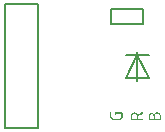
<source format=gto>
G04 Layer_Color=65535*
%FSLAX44Y44*%
%MOMM*%
G71*
G01*
G75*
%ADD15C,0.2000*%
G36*
X144860Y31781D02*
X144977Y31723D01*
X145094Y31625D01*
X145113Y31606D01*
X145172Y31528D01*
X145231Y31411D01*
X145250Y31274D01*
Y31255D01*
Y31216D01*
X145211Y31099D01*
X145172Y31001D01*
X145133Y30923D01*
X145055Y30845D01*
X144957Y30786D01*
X141056Y28836D01*
Y28816D01*
X141036Y28777D01*
Y28719D01*
Y28641D01*
Y26553D01*
X144801D01*
X144899Y26534D01*
X144977Y26495D01*
X145074Y26417D01*
X145172Y26339D01*
X145231Y26202D01*
X145250Y26027D01*
Y26007D01*
Y25949D01*
X145231Y25851D01*
X145191Y25773D01*
X145133Y25676D01*
X145035Y25578D01*
X144918Y25519D01*
X144743Y25500D01*
X135184D01*
X135087Y25519D01*
X134989Y25559D01*
X134911Y25617D01*
X134814Y25715D01*
X134755Y25832D01*
X134736Y26007D01*
Y28641D01*
Y28660D01*
Y28699D01*
Y28777D01*
X134755Y28855D01*
Y28972D01*
X134775Y29109D01*
X134853Y29401D01*
X134970Y29753D01*
X135126Y30123D01*
X135360Y30513D01*
X135516Y30689D01*
X135672Y30865D01*
X135691Y30884D01*
X135711Y30903D01*
X135770Y30942D01*
X135828Y31021D01*
X136023Y31157D01*
X136296Y31333D01*
X136608Y31508D01*
X136998Y31664D01*
X137428Y31762D01*
X137662Y31781D01*
X137896Y31801D01*
X137993D01*
X138110Y31781D01*
X138247D01*
X138422Y31742D01*
X138617Y31703D01*
X138852Y31645D01*
X139086Y31567D01*
X139320Y31469D01*
X139573Y31333D01*
X139808Y31196D01*
X140042Y31001D01*
X140276Y30786D01*
X140490Y30533D01*
X140666Y30240D01*
X140822Y29909D01*
X144489Y31742D01*
X144509Y31762D01*
X144567Y31781D01*
X144645Y31801D01*
X144782D01*
X144860Y31781D01*
D02*
G37*
G36*
X127399D02*
X127496Y31742D01*
X127594Y31664D01*
X127672Y31586D01*
X127731Y31450D01*
X127750Y31274D01*
Y28114D01*
Y28094D01*
Y28075D01*
Y28016D01*
X127731Y27938D01*
X127711Y27724D01*
X127652Y27470D01*
X127555Y27178D01*
X127438Y26865D01*
X127243Y26553D01*
X126989Y26261D01*
X126950Y26222D01*
X126853Y26144D01*
X126697Y26027D01*
X126462Y25890D01*
X126209Y25734D01*
X125877Y25617D01*
X125526Y25539D01*
X125136Y25500D01*
X119771D01*
X119693Y25519D01*
X119479Y25539D01*
X119225Y25598D01*
X118933Y25695D01*
X118621Y25812D01*
X118308Y26007D01*
X118016Y26261D01*
X117977Y26300D01*
X117899Y26397D01*
X117762Y26553D01*
X117626Y26788D01*
X117489Y27041D01*
X117353Y27373D01*
X117275Y27724D01*
X117236Y28114D01*
Y31274D01*
Y31294D01*
Y31352D01*
X117255Y31450D01*
X117294Y31547D01*
X117372Y31625D01*
X117450Y31723D01*
X117587Y31781D01*
X117762Y31801D01*
X117840D01*
X117938Y31781D01*
X118016Y31742D01*
X118113Y31664D01*
X118211Y31586D01*
X118270Y31450D01*
X118289Y31274D01*
Y28114D01*
Y28094D01*
Y27997D01*
X118308Y27880D01*
X118348Y27724D01*
X118406Y27548D01*
X118484Y27373D01*
X118601Y27178D01*
X118757Y27002D01*
X118777Y26983D01*
X118835Y26924D01*
X118933Y26865D01*
X119069Y26788D01*
X119225Y26690D01*
X119420Y26631D01*
X119635Y26573D01*
X119869Y26553D01*
X125253D01*
X125370Y26573D01*
X125526Y26612D01*
X125702Y26670D01*
X125877Y26748D01*
X126072Y26846D01*
X126248Y27002D01*
X126267Y27022D01*
X126326Y27080D01*
X126384Y27178D01*
X126462Y27314D01*
X126560Y27470D01*
X126619Y27665D01*
X126677Y27880D01*
X126697Y28114D01*
Y30747D01*
X122502D01*
Y29694D01*
Y29674D01*
Y29616D01*
X122483Y29518D01*
X122444Y29441D01*
X122366Y29343D01*
X122288Y29245D01*
X122151Y29187D01*
X121976Y29167D01*
X121898D01*
X121800Y29187D01*
X121703Y29226D01*
X121625Y29304D01*
X121527Y29382D01*
X121469Y29518D01*
X121449Y29694D01*
Y31274D01*
Y31294D01*
Y31352D01*
X121469Y31450D01*
X121508Y31547D01*
X121586Y31625D01*
X121664Y31723D01*
X121800Y31781D01*
X121976Y31801D01*
X127321D01*
X127399Y31781D01*
D02*
G37*
G36*
X157324D02*
X157441D01*
X157577Y31762D01*
X157870Y31684D01*
X158221Y31567D01*
X158592Y31411D01*
X158982Y31177D01*
X159158Y31021D01*
X159333Y30865D01*
Y30845D01*
X159372Y30826D01*
X159411Y30767D01*
X159470Y30708D01*
X159626Y30513D01*
X159782Y30240D01*
X159957Y29928D01*
X160113Y29538D01*
X160211Y29109D01*
X160231Y28875D01*
X160250Y28641D01*
Y26007D01*
Y25988D01*
Y25929D01*
X160231Y25851D01*
X160191Y25754D01*
X160133Y25656D01*
X160035Y25578D01*
X159918Y25519D01*
X159743Y25500D01*
X150184D01*
X150087Y25519D01*
X149989Y25559D01*
X149911Y25617D01*
X149814Y25715D01*
X149755Y25832D01*
X149736Y26007D01*
Y28641D01*
Y28660D01*
Y28699D01*
Y28758D01*
X149755Y28836D01*
X149775Y29031D01*
X149833Y29284D01*
X149911Y29597D01*
X150048Y29909D01*
X150243Y30221D01*
X150496Y30513D01*
X150535Y30552D01*
X150633Y30630D01*
X150789Y30747D01*
X151023Y30903D01*
X151296Y31040D01*
X151608Y31157D01*
X151959Y31235D01*
X152369Y31274D01*
X152486D01*
X152584Y31255D01*
X152818Y31216D01*
X153091Y31157D01*
X153422Y31040D01*
X153774Y30865D01*
X153930Y30747D01*
X154105Y30630D01*
X154261Y30474D01*
X154417Y30299D01*
X154437Y30318D01*
X154456Y30357D01*
X154515Y30435D01*
X154593Y30533D01*
X154671Y30650D01*
X154788Y30767D01*
X154924Y30903D01*
X155081Y31060D01*
X155276Y31196D01*
X155471Y31333D01*
X155685Y31450D01*
X155939Y31567D01*
X156193Y31664D01*
X156485Y31742D01*
X156778Y31781D01*
X157109Y31801D01*
X157226D01*
X157324Y31781D01*
D02*
G37*
%LPC*%
G36*
X137896Y30747D02*
X137740D01*
X137584Y30708D01*
X137389Y30669D01*
X137155Y30591D01*
X136901Y30494D01*
X136647Y30338D01*
X136413Y30123D01*
X136394Y30104D01*
X136316Y30006D01*
X136218Y29889D01*
X136101Y29714D01*
X135984Y29499D01*
X135886Y29245D01*
X135808Y28953D01*
X135789Y28641D01*
Y26553D01*
X139983D01*
Y28641D01*
Y28660D01*
Y28680D01*
X139964Y28797D01*
X139944Y28953D01*
X139905Y29148D01*
X139827Y29382D01*
X139729Y29636D01*
X139573Y29889D01*
X139378Y30123D01*
X139359Y30143D01*
X139261Y30221D01*
X139144Y30318D01*
X138969Y30435D01*
X138754Y30552D01*
X138500Y30650D01*
X138208Y30728D01*
X137896Y30747D01*
D02*
G37*
G36*
X157109D02*
X156953D01*
X156797Y30708D01*
X156602Y30669D01*
X156368Y30591D01*
X156114Y30494D01*
X155861Y30338D01*
X155627Y30123D01*
X155607Y30104D01*
X155529Y30006D01*
X155432Y29889D01*
X155315Y29714D01*
X155198Y29499D01*
X155100Y29245D01*
X155022Y28953D01*
X155002Y28641D01*
Y26553D01*
X159197D01*
Y28641D01*
Y28660D01*
Y28680D01*
X159177Y28797D01*
X159158Y28953D01*
X159119Y29148D01*
X159040Y29382D01*
X158943Y29636D01*
X158787Y29889D01*
X158592Y30123D01*
X158572Y30143D01*
X158475Y30221D01*
X158358Y30318D01*
X158182Y30435D01*
X157968Y30552D01*
X157714Y30650D01*
X157421Y30728D01*
X157109Y30747D01*
D02*
G37*
G36*
X152369Y30221D02*
X152252D01*
X152135Y30201D01*
X151979Y30162D01*
X151823Y30104D01*
X151628Y30026D01*
X151433Y29909D01*
X151257Y29753D01*
X151238Y29733D01*
X151179Y29674D01*
X151101Y29577D01*
X151023Y29441D01*
X150945Y29284D01*
X150867Y29089D01*
X150808Y28875D01*
X150789Y28641D01*
Y26553D01*
X153949D01*
Y28641D01*
Y28660D01*
Y28758D01*
X153930Y28875D01*
X153891Y29031D01*
X153832Y29187D01*
X153754Y29382D01*
X153657Y29577D01*
X153500Y29753D01*
X153481Y29772D01*
X153422Y29831D01*
X153325Y29909D01*
X153188Y29987D01*
X153013Y30065D01*
X152818Y30143D01*
X152603Y30201D01*
X152369Y30221D01*
D02*
G37*
%LPD*%
D15*
X118250Y106750D02*
X144750D01*
X118250Y119250D02*
X144750D01*
Y106750D02*
Y119250D01*
X118250Y106750D02*
Y119250D01*
X130250Y80500D02*
X150250D01*
X130250Y60500D02*
X150250D01*
X140250Y58000D02*
Y83000D01*
X130250Y60500D02*
X140250Y80500D01*
X150250Y60500D01*
X28250Y18800D02*
X56250D01*
X28250Y123100D02*
X56250D01*
X28250Y18800D02*
Y123100D01*
X56250Y18800D02*
Y123100D01*
M02*

</source>
